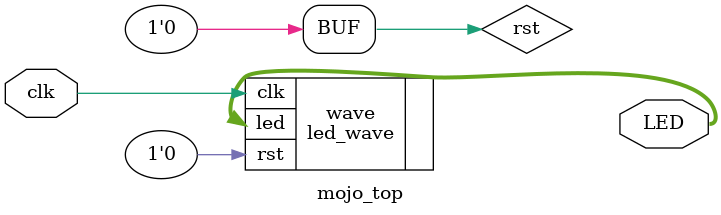
<source format=v>
module mojo_top(
    // 12MHz clock input
    input clk,
    // Input from buttons (active low)
//    input [3:0]sw_n,
    // Outputs to the 8 onboard LEDs
    output[7:0]LED,
    );

wire rst = 1'b0;//~sw_n[3]; // make reset active high

led_wave #(.CTR_LEN(25)) wave(
    .rst(rst),
    .clk(clk),
    .led(LED)
  );  


endmodule

</source>
